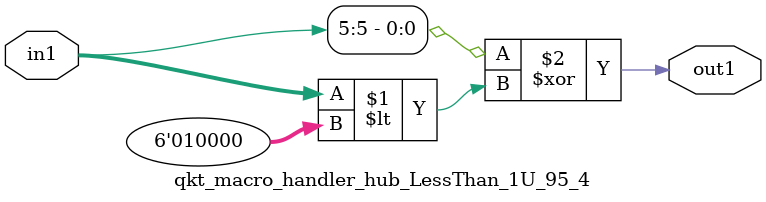
<source format=v>

`timescale 1ps / 1ps


module qkt_macro_handler_hub_LessThan_1U_95_4( in1, out1 );

    input [5:0] in1;
    output out1;

    
    // rtl_process:qkt_macro_handler_hub_LessThan_1U_95_4/qkt_macro_handler_hub_LessThan_1U_95_4_thread_1
    assign out1 = (in1[5] ^ in1 < 6'd16);

endmodule


</source>
